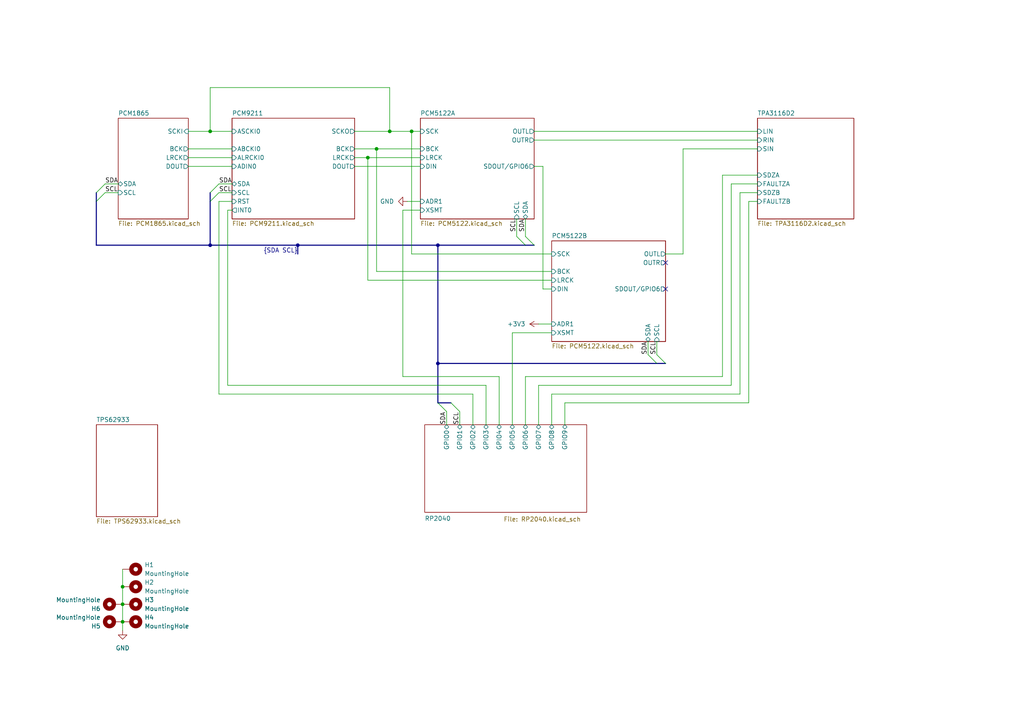
<source format=kicad_sch>
(kicad_sch (version 20230121) (generator eeschema)
  (paper "A4")
  (lib_symbols
    (symbol "Endstufe:+3V3" (power) (pin_names (offset 0))
      (property "Value" "+3V3" (at 0 3.556 0))
      (symbol "+3V3_0_1"
        (polyline (pts (xy -0.762 1.27) (xy 0 2.54)))
        (polyline (pts (xy 0 0) (xy 0 2.54)))
        (polyline (pts (xy 0 2.54) (xy 0.762 1.27)))
      )
      (symbol "+3V3_1_1"
        (pin power_in line (at 0 0 90) (length 0) hide (name "+3V3") (number "1"))
      )
    )
    (symbol "Endstufe:GND" (power) (pin_names (offset 0))
      (property "Value" "GND" (at 0 -3.81 0))
      (symbol "GND_0_1"
        (polyline (pts (xy 0 0) (xy 0 -1.27) (xy 1.27 -1.27) (xy 0 -2.54) (xy -1.27 -1.27) (xy 0 -1.27)))
      )
      (symbol "GND_1_1"
        (pin power_in line (at 0 0 270) (length 0) hide (name "GND") (number "1"))
      )
    )
    (symbol "Endstufe:MountingHole_Pad" (pin_numbers hide) (pin_names (offset 1.016) hide)
      (property "Reference" "H" (at 0 6.35 0))
      (property "Value" "MountingHole_Pad" (at 0 4.445 0))
      (symbol "MountingHole_Pad_0_1"
        (circle (center 0 1.27) (radius 1.27) (stroke (width 1.27)))
      )
      (symbol "MountingHole_Pad_1_1"
        (pin input line (at 0 -2.54 90) (length 2.54) (name "1") (number "1"))
      )
    )
  )
  (junction (at 127 71.12))
  (junction (at 35.56 180.34))
  (junction (at 35.56 170.18))
  (junction (at 113.03 38.1))
  (junction (at 60.96 38.1))
  (junction (at 127 105.41))
  (junction (at 60.96 71.12))
  (junction (at 109.22 43.18))
  (junction (at 35.56 175.26))
  (junction (at 86.36 71.12))
  (junction (at 106.68 45.72))
  (junction (at 119.38 38.1))
  (no_connect (at 193.04 76.2))
  (no_connect (at 193.04 83.82))
  (bus_entry (at 129.54 119.38) (size -2.54 -2.54))
  (bus_entry (at 30.48 55.88) (size -2.54 2.54))
  (bus_entry (at 60.96 58.42) (size 2.54 -2.54))
  (bus_entry (at 133.35 119.38) (size -2.54 -2.54))
  (bus_entry (at 27.94 55.88) (size 2.54 -2.54))
  (bus_entry (at 187.96 102.87) (size 2.54 2.54))
  (bus_entry (at 152.4 68.58) (size 2.54 2.54))
  (bus_entry (at 60.96 55.88) (size 2.54 -2.54))
  (bus_entry (at 149.86 68.58) (size 2.54 2.54))
  (bus_entry (at 190.5 102.87) (size 2.54 2.54))
  (bus (pts (xy 27.94 55.88) (xy 27.94 58.42)))
  (wire (pts (xy 66.04 60.96) (xy 66.04 111.76)))
  (wire (pts (xy 154.94 48.26) (xy 157.48 48.26)))
  (wire (pts (xy 214.63 114.3) (xy 160.02 114.3)))
  (wire (pts (xy 198.12 73.66) (xy 193.04 73.66)))
  (wire (pts (xy 140.97 111.76) (xy 140.97 123.19)))
  (wire (pts (xy 35.56 165.1) (xy 35.56 170.18)))
  (wire (pts (xy 156.21 111.76) (xy 156.21 123.19)))
  (wire (pts (xy 35.56 170.18) (xy 35.56 175.26)))
  (wire (pts (xy 163.83 116.84) (xy 163.83 123.19)))
  (wire (pts (xy 154.94 38.1) (xy 219.71 38.1)))
  (wire (pts (xy 119.38 38.1) (xy 121.92 38.1)))
  (bus (pts (xy 27.94 71.12) (xy 60.96 71.12)))
  (wire (pts (xy 187.96 99.06) (xy 187.96 102.87)))
  (bus (pts (xy 127 105.41) (xy 127 116.84)))
  (wire (pts (xy 160.02 78.74) (xy 109.22 78.74)))
  (bus (pts (xy 130.81 116.84) (xy 127 116.84)))
  (wire (pts (xy 160.02 114.3) (xy 160.02 123.19)))
  (wire (pts (xy 113.03 25.4) (xy 113.03 38.1)))
  (wire (pts (xy 60.96 38.1) (xy 67.31 38.1)))
  (bus (pts (xy 86.36 73.66) (xy 86.36 71.12)))
  (wire (pts (xy 209.55 109.22) (xy 152.4 109.22)))
  (wire (pts (xy 137.16 123.19) (xy 137.16 114.3)))
  (bus (pts (xy 86.36 71.12) (xy 127 71.12)))
  (wire (pts (xy 102.87 48.26) (xy 121.92 48.26)))
  (wire (pts (xy 119.38 73.66) (xy 119.38 38.1)))
  (wire (pts (xy 219.71 58.42) (xy 217.17 58.42)))
  (bus (pts (xy 60.96 71.12) (xy 86.36 71.12)))
  (wire (pts (xy 198.12 43.18) (xy 198.12 73.66)))
  (bus (pts (xy 127 71.12) (xy 127 105.41)))
  (wire (pts (xy 67.31 60.96) (xy 66.04 60.96)))
  (wire (pts (xy 109.22 43.18) (xy 121.92 43.18)))
  (wire (pts (xy 60.96 25.4) (xy 113.03 25.4)))
  (wire (pts (xy 118.11 58.42) (xy 121.92 58.42)))
  (wire (pts (xy 212.09 53.34) (xy 212.09 111.76)))
  (wire (pts (xy 109.22 78.74) (xy 109.22 43.18)))
  (wire (pts (xy 54.61 48.26) (xy 67.31 48.26)))
  (wire (pts (xy 106.68 45.72) (xy 121.92 45.72)))
  (wire (pts (xy 30.48 53.34) (xy 34.29 53.34)))
  (wire (pts (xy 212.09 111.76) (xy 156.21 111.76)))
  (wire (pts (xy 217.17 116.84) (xy 163.83 116.84)))
  (wire (pts (xy 137.16 114.3) (xy 63.5 114.3)))
  (bus (pts (xy 127 105.41) (xy 190.5 105.41)))
  (bus (pts (xy 127 71.12) (xy 152.4 71.12)))
  (bus (pts (xy 190.5 105.41) (xy 193.04 105.41)))
  (wire (pts (xy 113.03 38.1) (xy 119.38 38.1)))
  (bus (pts (xy 152.4 71.12) (xy 154.94 71.12)))
  (wire (pts (xy 156.21 93.98) (xy 160.02 93.98)))
  (wire (pts (xy 149.86 63.5) (xy 149.86 68.58)))
  (wire (pts (xy 102.87 45.72) (xy 106.68 45.72)))
  (bus (pts (xy 27.94 58.42) (xy 27.94 71.12)))
  (wire (pts (xy 219.71 55.88) (xy 214.63 55.88)))
  (wire (pts (xy 133.35 119.38) (xy 133.35 123.19)))
  (wire (pts (xy 157.48 48.26) (xy 157.48 83.82)))
  (wire (pts (xy 63.5 53.34) (xy 67.31 53.34)))
  (wire (pts (xy 148.59 96.52) (xy 148.59 123.19)))
  (wire (pts (xy 190.5 99.06) (xy 190.5 102.87)))
  (wire (pts (xy 160.02 96.52) (xy 148.59 96.52)))
  (wire (pts (xy 116.84 109.22) (xy 144.78 109.22)))
  (wire (pts (xy 157.48 83.82) (xy 160.02 83.82)))
  (wire (pts (xy 219.71 43.18) (xy 198.12 43.18)))
  (wire (pts (xy 30.48 55.88) (xy 34.29 55.88)))
  (wire (pts (xy 63.5 114.3) (xy 63.5 58.42)))
  (wire (pts (xy 102.87 43.18) (xy 109.22 43.18)))
  (wire (pts (xy 160.02 81.28) (xy 106.68 81.28)))
  (wire (pts (xy 152.4 109.22) (xy 152.4 123.19)))
  (wire (pts (xy 209.55 50.8) (xy 209.55 109.22)))
  (wire (pts (xy 121.92 60.96) (xy 116.84 60.96)))
  (bus (pts (xy 60.96 58.42) (xy 60.96 71.12)))
  (wire (pts (xy 60.96 38.1) (xy 60.96 25.4)))
  (wire (pts (xy 129.54 119.38) (xy 129.54 123.19)))
  (bus (pts (xy 60.96 55.88) (xy 60.96 58.42)))
  (wire (pts (xy 116.84 60.96) (xy 116.84 109.22)))
  (wire (pts (xy 54.61 38.1) (xy 60.96 38.1)))
  (wire (pts (xy 144.78 109.22) (xy 144.78 123.19)))
  (wire (pts (xy 219.71 50.8) (xy 209.55 50.8)))
  (wire (pts (xy 152.4 63.5) (xy 152.4 68.58)))
  (wire (pts (xy 54.61 43.18) (xy 67.31 43.18)))
  (wire (pts (xy 214.63 55.88) (xy 214.63 114.3)))
  (wire (pts (xy 106.68 81.28) (xy 106.68 45.72)))
  (wire (pts (xy 54.61 45.72) (xy 67.31 45.72)))
  (wire (pts (xy 35.56 175.26) (xy 35.56 180.34)))
  (wire (pts (xy 63.5 58.42) (xy 67.31 58.42)))
  (wire (pts (xy 63.5 55.88) (xy 67.31 55.88)))
  (wire (pts (xy 217.17 58.42) (xy 217.17 116.84)))
  (wire (pts (xy 102.87 38.1) (xy 113.03 38.1)))
  (wire (pts (xy 160.02 73.66) (xy 119.38 73.66)))
  (wire (pts (xy 35.56 182.88) (xy 35.56 180.34)))
  (wire (pts (xy 219.71 53.34) (xy 212.09 53.34)))
  (wire (pts (xy 66.04 111.76) (xy 140.97 111.76)))
  (wire (pts (xy 154.94 40.64) (xy 219.71 40.64)))
  (label "SCL" (at 149.86 67.31 90))
  (label "SDA" (at 129.54 123.19 90))
  (label "SCL" (at 133.35 123.19 90))
  (label "SCL" (at 63.5 55.88 0))
  (label "SDA" (at 152.4 67.31 90))
  (label "SDA" (at 30.48 53.34 0))
  (label "SDA" (at 187.96 102.87 90))
  (label "{SDA SCL}" (at 86.36 73.66 180))
  (label "SCL" (at 190.5 102.87 90))
  (label "SCL" (at 30.48 55.88 0))
  (label "SDA" (at 63.5 53.34 0))
  (symbol (lib_id "Endstufe:MountingHole_Pad") (at 33.02 175.26 90) (unit 1)
    (property "Reference" "H6" (at 29.21 176.53 90) (effects (justify left)))
    (property "Value" "MountingHole" (at 29.21 173.99 90) (effects (justify left)))
    (property "Footprint" "Endstufe:MountingHole_3.2mm_M3_ISO14580_Pad" (effects hide))
  )
  (symbol (lib_id "Endstufe:MountingHole_Pad") (at 38.1 175.26 270) (unit 1)
    (property "Reference" "H3" (at 41.91 173.99 90) (effects (justify left)))
    (property "Value" "MountingHole" (at 41.91 176.53 90) (effects (justify left)))
    (property "Footprint" "Endstufe:MountingHole_3.2mm_M3_ISO14580_Pad" (effects hide))
  )
  (symbol (lib_id "Endstufe:+3V3") (at 156.21 93.98 90) (unit 1)
    (property "Reference" "#PWR047" (effects hide))
    (property "Value" "+3V3" (at 152.4 93.98 90) (effects (justify left)))
  )
  (symbol (lib_id "Endstufe:MountingHole_Pad") (at 38.1 165.1 270) (unit 1)
    (property "Reference" "H1" (at 41.91 163.83 90) (effects (justify left)))
    (property "Value" "MountingHole" (at 41.91 166.37 90) (effects (justify left)))
    (property "Footprint" "Endstufe:MountingHole_3.2mm_M3_ISO14580_Pad" (effects hide))
  )
  (symbol (lib_id "Endstufe:GND") (at 118.11 58.42 270) (unit 1)
    (property "Reference" "#PWR046" (effects hide))
    (property "Value" "GND" (at 114.3 58.42 90) (effects (justify right)))
  )
  (symbol (lib_id "Endstufe:MountingHole_Pad") (at 33.02 180.34 90) (unit 1)
    (property "Reference" "H5" (at 29.21 181.61 90) (effects (justify left)))
    (property "Value" "MountingHole" (at 29.21 179.07 90) (effects (justify left)))
    (property "Footprint" "Endstufe:MountingHole_3.2mm_M3_ISO14580_Pad" (effects hide))
  )
  (symbol (lib_id "Endstufe:MountingHole_Pad") (at 38.1 170.18 270) (unit 1)
    (property "Reference" "H2" (at 41.91 168.91 90) (effects (justify left)))
    (property "Value" "MountingHole" (at 41.91 171.45 90) (effects (justify left)))
    (property "Footprint" "Endstufe:MountingHole_3.2mm_M3_ISO14580_Pad" (effects hide))
  )
  (symbol (lib_id "Endstufe:MountingHole_Pad") (at 38.1 180.34 270) (unit 1)
    (property "Reference" "H4" (at 41.91 179.07 90) (effects (justify left)))
    (property "Value" "MountingHole" (at 41.91 181.61 90) (effects (justify left)))
    (property "Footprint" "Endstufe:MountingHole_3.2mm_M3_ISO14580_Pad" (effects hide))
  )
  (symbol (lib_id "Endstufe:GND") (at 35.56 182.88 0) (unit 1)
    (property "Reference" "#PWR08" (effects hide))
    (property "Value" "GND" (at 35.56 187.96 0))
  )
  (sheet (at 123.19 123.19) (size 46.99 25.4) (stroke (width 0.1524))
    (property "Sheetname" "RP2040" (at 123.19 151.13 0) (effects (justify left bottom)))
    (property "Sheetfile" "RP2040.kicad_sch" (at 146.05 149.86 0) (effects (justify left top)))
    (pin "GPIO7" bidirectional (at 156.21 123.19 90))
    (pin "GPIO8" bidirectional (at 160.02 123.19 90))
    (pin "GPIO9" bidirectional (at 163.83 123.19 90))
    (pin "GPIO3" bidirectional (at 140.97 123.19 90))
    (pin "GPIO6" bidirectional (at 152.4 123.19 90))
    (pin "GPIO2" bidirectional (at 137.16 123.19 90))
    (pin "GPIO5" bidirectional (at 148.59 123.19 90))
    (pin "GPIO4" bidirectional (at 144.78 123.19 90))
    (pin "GPIO1" bidirectional (at 133.35 123.19 90))
    (pin "GPIO0" bidirectional (at 129.54 123.19 90))
  )
  (sheet (at 67.31 34.29) (size 35.56 29.21) (stroke (width 0.1524))
    (property "Sheetname" "PCM9211" (at 67.31 33.5784 0) (effects (justify left bottom)))
    (property "Sheetfile" "PCM9211.kicad_sch" (at 67.31 64.0846 0) (effects (justify left top)))
    (pin "BCK" output (at 102.87 43.18 0))
    (pin "SCKO" output (at 102.87 38.1 0))
    (pin "LRCK" output (at 102.87 45.72 0))
    (pin "DOUT" output (at 102.87 48.26 0))
    (pin "INT0" output (at 67.31 60.96 180))
    (pin "RST" input (at 67.31 58.42 180))
    (pin "SCL" input (at 67.31 55.88 180))
    (pin "SDA" bidirectional (at 67.31 53.34 180))
    (pin "ADIN0" input (at 67.31 48.26 180))
    (pin "ALRCKI0" input (at 67.31 45.72 180))
    (pin "ABCKI0" input (at 67.31 43.18 180))
    (pin "ASCKI0" input (at 67.31 38.1 180))
  )
  (sheet (at 27.94 123.19) (size 17.78 26.67) (stroke (width 0.1524))
    (property "Sheetname" "TPS62933" (at 27.94 122.4784 0) (effects (justify left bottom)))
    (property "Sheetfile" "TPS62933.kicad_sch" (at 27.94 150.4446 0) (effects (justify left top)))
  )
  (sheet (at 160.02 69.85) (size 33.02 29.21) (stroke (width 0.1524))
    (property "Sheetname" "PCM5122B" (at 160.02 69.1384 0) (effects (justify left bottom)))
    (property "Sheetfile" "PCM5122.kicad_sch" (at 160.02 99.6446 0) (effects (justify left top)))
    (pin "OUTL" output (at 193.04 73.66 0))
    (pin "XSMT" input (at 160.02 96.52 180))
    (pin "OUTR" output (at 193.04 76.2 0))
    (pin "SDOUT{slash}GPIO6" output (at 193.04 83.82 0))
    (pin "ADR1" input (at 160.02 93.98 180))
    (pin "SCK" input (at 160.02 73.66 180))
    (pin "BCK" input (at 160.02 78.74 180))
    (pin "DIN" input (at 160.02 83.82 180))
    (pin "LRCK" input (at 160.02 81.28 180))
    (pin "SCL" input (at 190.5 99.06 270))
    (pin "SDA" bidirectional (at 187.96 99.06 270))
  )
  (sheet (at 121.92 34.29) (size 33.02 29.21) (stroke (width 0.1524))
    (property "Sheetname" "PCM5122A" (at 121.92 33.5784 0) (effects (justify left bottom)))
    (property "Sheetfile" "PCM5122.kicad_sch" (at 121.92 64.0846 0) (effects (justify left top)))
    (pin "OUTL" output (at 154.94 38.1 0))
    (pin "XSMT" input (at 121.92 60.96 180))
    (pin "OUTR" output (at 154.94 40.64 0))
    (pin "SDOUT{slash}GPIO6" output (at 154.94 48.26 0))
    (pin "ADR1" input (at 121.92 58.42 180))
    (pin "SCK" input (at 121.92 38.1 180))
    (pin "BCK" input (at 121.92 43.18 180))
    (pin "DIN" input (at 121.92 48.26 180))
    (pin "LRCK" input (at 121.92 45.72 180))
    (pin "SCL" input (at 149.86 63.5 270))
    (pin "SDA" bidirectional (at 152.4 63.5 270))
  )
  (sheet (at 219.71 34.29) (size 27.94 29.21) (stroke (width 0.1524))
    (property "Sheetname" "TPA3116D2" (at 219.71 33.5784 0) (effects (justify left bottom)))
    (property "Sheetfile" "TPA3116D2.kicad_sch" (at 219.71 64.0846 0) (effects (justify left top)))
    (pin "SDZB" input (at 219.71 55.88 180))
    (pin "FAULTZB" input (at 219.71 58.42 180))
    (pin "SIN" input (at 219.71 43.18 180))
    (pin "SDZA" input (at 219.71 50.8 180))
    (pin "FAULTZA" input (at 219.71 53.34 180))
    (pin "RIN" input (at 219.71 40.64 180))
    (pin "LIN" input (at 219.71 38.1 180))
  )
  (sheet (at 34.29 34.29) (size 20.32 29.21) (stroke (width 0.1524))
    (property "Sheetname" "PCM1865" (at 34.29 33.5784 0) (effects (justify left bottom)))
    (property "Sheetfile" "PCM1865.kicad_sch" (at 34.29 64.0846 0) (effects (justify left top)))
    (pin "SCKI" input (at 54.61 38.1 0))
    (pin "BCK" output (at 54.61 43.18 0))
    (pin "LRCK" output (at 54.61 45.72 0))
    (pin "DOUT" output (at 54.61 48.26 0))
    (pin "SDA" bidirectional (at 34.29 53.34 180))
    (pin "SCL" input (at 34.29 55.88 180))
  )
)
</source>
